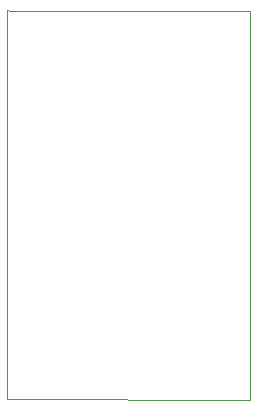
<source format=gbr>
%TF.GenerationSoftware,KiCad,Pcbnew,(6.0.2)*%
%TF.CreationDate,2022-03-09T13:31:16+02:00*%
%TF.ProjectId,FabAcaEleDesign1,46616241-6361-4456-9c65-44657369676e,rev?*%
%TF.SameCoordinates,Original*%
%TF.FileFunction,Profile,NP*%
%FSLAX46Y46*%
G04 Gerber Fmt 4.6, Leading zero omitted, Abs format (unit mm)*
G04 Created by KiCad (PCBNEW (6.0.2)) date 2022-03-09 13:31:16*
%MOMM*%
%LPD*%
G01*
G04 APERTURE LIST*
%TA.AperFunction,Profile*%
%ADD10C,0.100000*%
%TD*%
G04 APERTURE END LIST*
D10*
X104343200Y-58623200D02*
X104089200Y-58572400D01*
X104089200Y-91490800D02*
X104089200Y-58572400D01*
X124714000Y-91541600D02*
X104089200Y-91490800D01*
X124714000Y-58674000D02*
X124714000Y-91541600D01*
X104343200Y-58623200D02*
X124714000Y-58674000D01*
M02*

</source>
